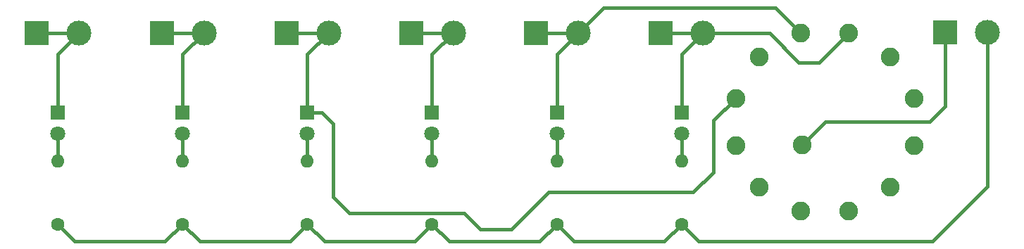
<source format=gtl>
%TF.GenerationSoftware,KiCad,Pcbnew,9.0.0+dfsg-1*%
%TF.CreationDate,2025-03-17T15:53:24+01:00*%
%TF.ProjectId,control-matrix-6,636f6e74-726f-46c2-9d6d-61747269782d,1.0*%
%TF.SameCoordinates,Original*%
%TF.FileFunction,Copper,L1,Top*%
%TF.FilePolarity,Positive*%
%FSLAX46Y46*%
G04 Gerber Fmt 4.6, Leading zero omitted, Abs format (unit mm)*
G04 Created by KiCad (PCBNEW 9.0.0+dfsg-1) date 2025-03-17 15:53:24*
%MOMM*%
%LPD*%
G01*
G04 APERTURE LIST*
%TA.AperFunction,ComponentPad*%
%ADD10R,1.800000X1.800000*%
%TD*%
%TA.AperFunction,ComponentPad*%
%ADD11C,1.800000*%
%TD*%
%TA.AperFunction,ComponentPad*%
%ADD12C,2.250000*%
%TD*%
%TA.AperFunction,ComponentPad*%
%ADD13C,1.600000*%
%TD*%
%TA.AperFunction,ComponentPad*%
%ADD14O,1.600000X1.600000*%
%TD*%
%TA.AperFunction,ComponentPad*%
%ADD15R,3.000000X3.000000*%
%TD*%
%TA.AperFunction,ComponentPad*%
%ADD16C,3.000000*%
%TD*%
%TA.AperFunction,Conductor*%
%ADD17C,0.400000*%
%TD*%
G04 APERTURE END LIST*
D10*
%TO.P,D3,1,K*%
%TO.N,Net-(D3-K)*%
X95400000Y-93730000D03*
D11*
%TO.P,D3,2,A*%
%TO.N,Net-(D3-A)*%
X95400000Y-96270000D03*
%TD*%
D12*
%TO.P,SW1,1,1*%
%TO.N,unconnected-(SW1-Pad1)*%
X154754220Y-105600000D03*
%TO.P,SW1,2,2*%
%TO.N,Net-(D1-K)*%
X149778230Y-102727110D03*
%TO.P,SW1,3,3*%
%TO.N,Net-(D2-K)*%
X146905330Y-97751110D03*
%TO.P,SW1,4,4*%
%TO.N,Net-(D3-K)*%
X146905330Y-92005330D03*
%TO.P,SW1,5,5*%
%TO.N,Net-(D4-K)*%
X149778230Y-87029340D03*
%TO.P,SW1,6,6*%
%TO.N,Net-(D5-K)*%
X154754220Y-84156450D03*
%TO.P,SW1,7,7*%
%TO.N,Net-(D6-K)*%
X160500000Y-84156450D03*
%TO.P,SW1,8,8*%
%TO.N,unconnected-(SW1-Pad8)*%
X165476000Y-87029340D03*
%TO.P,SW1,9,9*%
%TO.N,unconnected-(SW1-Pad9)*%
X168348890Y-92005329D03*
%TO.P,SW1,10,10*%
%TO.N,unconnected-(SW1-Pad10)*%
X168348890Y-97751110D03*
%TO.P,SW1,11,11*%
%TO.N,unconnected-(SW1-Pad11)*%
X165476000Y-102727110D03*
%TO.P,SW1,12,12*%
%TO.N,unconnected-(SW1-Pad12)*%
X160500000Y-105600000D03*
%TO.P,SW1,13,13*%
%TO.N,GND*%
X154904750Y-97600580D03*
%TD*%
D13*
%TO.P,R2,1*%
%TO.N,+12V*%
X80400000Y-107170000D03*
D14*
%TO.P,R2,2*%
%TO.N,Net-(D2-A)*%
X80400000Y-99550000D03*
%TD*%
D10*
%TO.P,D2,1,K*%
%TO.N,Net-(D2-K)*%
X80400000Y-93730000D03*
D11*
%TO.P,D2,2,A*%
%TO.N,Net-(D2-A)*%
X80400000Y-96270000D03*
%TD*%
D10*
%TO.P,D6,1,K*%
%TO.N,Net-(D6-K)*%
X140400000Y-93730000D03*
D11*
%TO.P,D6,2,A*%
%TO.N,Net-(D6-A)*%
X140400000Y-96270000D03*
%TD*%
D13*
%TO.P,R6,1*%
%TO.N,+12V*%
X140400000Y-107170000D03*
D14*
%TO.P,R6,2*%
%TO.N,Net-(D6-A)*%
X140400000Y-99550000D03*
%TD*%
D10*
%TO.P,D5,1,K*%
%TO.N,Net-(D5-K)*%
X125400000Y-93730000D03*
D11*
%TO.P,D5,2,A*%
%TO.N,Net-(D5-A)*%
X125400000Y-96270000D03*
%TD*%
D10*
%TO.P,D4,1,K*%
%TO.N,Net-(D4-K)*%
X110400000Y-93730000D03*
D11*
%TO.P,D4,2,A*%
%TO.N,Net-(D4-A)*%
X110400000Y-96270000D03*
%TD*%
D13*
%TO.P,R5,1*%
%TO.N,+12V*%
X125400000Y-107170000D03*
D14*
%TO.P,R5,2*%
%TO.N,Net-(D5-A)*%
X125400000Y-99550000D03*
%TD*%
D13*
%TO.P,R4,1*%
%TO.N,+12V*%
X110400000Y-107170000D03*
D14*
%TO.P,R4,2*%
%TO.N,Net-(D4-A)*%
X110400000Y-99550000D03*
%TD*%
D13*
%TO.P,R1,1*%
%TO.N,+12V*%
X65400000Y-107170000D03*
D14*
%TO.P,R1,2*%
%TO.N,Net-(D1-A)*%
X65400000Y-99550000D03*
%TD*%
D10*
%TO.P,D1,1,K*%
%TO.N,Net-(D1-K)*%
X65400000Y-93730000D03*
D11*
%TO.P,D1,2,A*%
%TO.N,Net-(D1-A)*%
X65400000Y-96270000D03*
%TD*%
D13*
%TO.P,R3,1*%
%TO.N,+12V*%
X95400000Y-107170000D03*
D14*
%TO.P,R3,2*%
%TO.N,Net-(D3-A)*%
X95400000Y-99550000D03*
%TD*%
D15*
%TO.P,J1,1,Pin_1*%
%TO.N,Net-(D1-K)*%
X62900000Y-84170000D03*
D16*
%TO.P,J1,2,Pin_2*%
X67980000Y-84170000D03*
%TD*%
D15*
%TO.P,J2,1,Pin_1*%
%TO.N,Net-(D2-K)*%
X77900000Y-84170000D03*
D16*
%TO.P,J2,2,Pin_2*%
X82980000Y-84170000D03*
%TD*%
D15*
%TO.P,J6,1,Pin_1*%
%TO.N,Net-(D6-K)*%
X137900000Y-84170000D03*
D16*
%TO.P,J6,2,Pin_2*%
X142980000Y-84170000D03*
%TD*%
D15*
%TO.P,J3,1,Pin_1*%
%TO.N,Net-(D3-K)*%
X92900000Y-84170000D03*
D16*
%TO.P,J3,2,Pin_2*%
X97980000Y-84170000D03*
%TD*%
D15*
%TO.P,J4,1,Pin_1*%
%TO.N,Net-(D4-K)*%
X107900000Y-84170000D03*
D16*
%TO.P,J4,2,Pin_2*%
X112980000Y-84170000D03*
%TD*%
D15*
%TO.P,J9,1,Pin_1*%
%TO.N,GND*%
X172060000Y-84100000D03*
D16*
%TO.P,J9,2,Pin_2*%
%TO.N,+12V*%
X177140000Y-84100000D03*
%TD*%
D15*
%TO.P,J5,1,Pin_1*%
%TO.N,Net-(D5-K)*%
X122900000Y-84170000D03*
D16*
%TO.P,J5,2,Pin_2*%
X127980000Y-84170000D03*
%TD*%
D17*
%TO.N,Net-(D1-K)*%
X67980000Y-84170000D02*
X65400000Y-86750000D01*
X62900000Y-84170000D02*
X67980000Y-84170000D01*
X65400000Y-86750000D02*
X65400000Y-93730000D01*
%TO.N,Net-(D1-A)*%
X65400000Y-96270000D02*
X65400000Y-99550000D01*
%TO.N,Net-(D2-A)*%
X80400000Y-96270000D02*
X80400000Y-99550000D01*
%TO.N,Net-(D2-K)*%
X80400000Y-86750000D02*
X80400000Y-93730000D01*
X82980000Y-84170000D02*
X80400000Y-86750000D01*
X77900000Y-84170000D02*
X82980000Y-84170000D01*
%TO.N,Net-(D3-K)*%
X95400000Y-91170000D02*
X95400000Y-86750000D01*
X92900000Y-84170000D02*
X97980000Y-84170000D01*
X95400000Y-91170000D02*
X95400000Y-93730000D01*
X97130000Y-93730000D02*
X98500000Y-95100000D01*
X98500000Y-95100000D02*
X98500000Y-103900000D01*
X144200000Y-100900000D02*
X144200000Y-94710660D01*
X144200000Y-94710660D02*
X146905330Y-92005330D01*
X114250000Y-105850000D02*
X116200000Y-107800000D01*
X98500000Y-103900000D02*
X100450000Y-105850000D01*
X95400000Y-93730000D02*
X97130000Y-93730000D01*
X119900000Y-107800000D02*
X124400000Y-103300000D01*
X124400000Y-103300000D02*
X141800000Y-103300000D01*
X116200000Y-107800000D02*
X119900000Y-107800000D01*
X100450000Y-105850000D02*
X114250000Y-105850000D01*
X95400000Y-86750000D02*
X97980000Y-84170000D01*
X141800000Y-103300000D02*
X144200000Y-100900000D01*
%TO.N,Net-(D3-A)*%
X95400000Y-96270000D02*
X95400000Y-99550000D01*
%TO.N,Net-(D4-A)*%
X110400000Y-96270000D02*
X110400000Y-99550000D01*
%TO.N,Net-(D4-K)*%
X107900000Y-84170000D02*
X112980000Y-84170000D01*
X112980000Y-84170000D02*
X110400000Y-86750000D01*
X110400000Y-86750000D02*
X110400000Y-93730000D01*
%TO.N,Net-(D5-K)*%
X125400000Y-91170000D02*
X125400000Y-86750000D01*
X131050000Y-81100000D02*
X127980000Y-84170000D01*
X154754220Y-84156450D02*
X151697770Y-81100000D01*
X125400000Y-86750000D02*
X127980000Y-84170000D01*
X122900000Y-84170000D02*
X127980000Y-84170000D01*
X125400000Y-91170000D02*
X125400000Y-93730000D01*
X151697770Y-81100000D02*
X131050000Y-81100000D01*
%TO.N,Net-(D5-A)*%
X125400000Y-96270000D02*
X125400000Y-99550000D01*
%TO.N,Net-(D6-A)*%
X140400000Y-96270000D02*
X140400000Y-99550000D01*
%TO.N,Net-(D6-K)*%
X150970000Y-84170000D02*
X154500000Y-87700000D01*
X140400000Y-86750000D02*
X140400000Y-93730000D01*
X142980000Y-84170000D02*
X140400000Y-86750000D01*
X137900000Y-84170000D02*
X142980000Y-84170000D01*
X142980000Y-84170000D02*
X150970000Y-84170000D01*
X154500000Y-87700000D02*
X156956450Y-87700000D01*
X156956450Y-87700000D02*
X160500000Y-84156450D01*
%TO.N,GND*%
X172060000Y-92940000D02*
X170200000Y-94800000D01*
X172060000Y-84100000D02*
X172060000Y-92940000D01*
X170200000Y-94800000D02*
X157705330Y-94800000D01*
X157705330Y-94800000D02*
X154904750Y-97600580D01*
%TO.N,+12V*%
X177140000Y-84100000D02*
X177140000Y-102660000D01*
X140400000Y-107170000D02*
X142479000Y-109249000D01*
X127479000Y-109249000D02*
X138321000Y-109249000D01*
X93321000Y-109249000D02*
X95400000Y-107170000D01*
X138321000Y-109249000D02*
X140400000Y-107170000D01*
X142479000Y-109249000D02*
X170551000Y-109249000D01*
X67479000Y-109249000D02*
X77750000Y-109249000D01*
X95400000Y-107170000D02*
X97479000Y-109249000D01*
X108321000Y-109249000D02*
X110400000Y-107170000D01*
X112479000Y-109249000D02*
X123321000Y-109249000D01*
X78301000Y-109249000D02*
X80380000Y-107170000D01*
X80400000Y-107170000D02*
X82479000Y-109249000D01*
X110400000Y-107170000D02*
X112479000Y-109249000D01*
X97479000Y-109249000D02*
X108321000Y-109249000D01*
X123321000Y-109249000D02*
X125400000Y-107170000D01*
X80380000Y-107170000D02*
X80400000Y-107170000D01*
X77750000Y-109249000D02*
X78301000Y-109249000D01*
X82479000Y-109249000D02*
X93321000Y-109249000D01*
X65400000Y-107170000D02*
X67479000Y-109249000D01*
X125400000Y-107170000D02*
X127479000Y-109249000D01*
X177140000Y-102660000D02*
X170551000Y-109249000D01*
%TD*%
M02*

</source>
